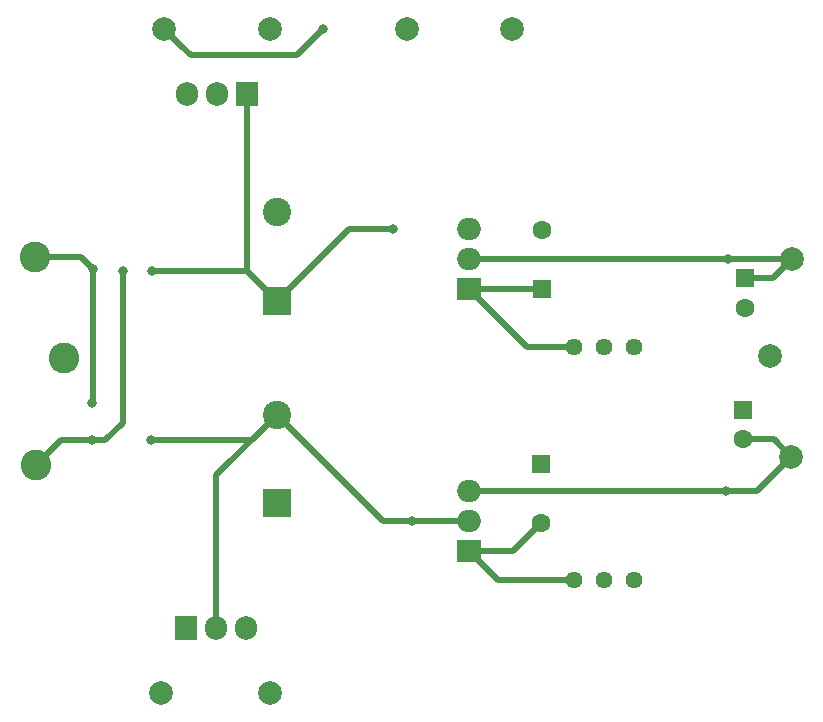
<source format=gbr>
G04 #@! TF.GenerationSoftware,KiCad,Pcbnew,(5.1.10-0-10_14)*
G04 #@! TF.CreationDate,2021-10-12T19:37:20+02:00*
G04 #@! TF.ProjectId,lv-lownoise-psu,6c762d6c-6f77-46e6-9f69-73652d707375,rev?*
G04 #@! TF.SameCoordinates,Original*
G04 #@! TF.FileFunction,Copper,L2,Bot*
G04 #@! TF.FilePolarity,Positive*
%FSLAX46Y46*%
G04 Gerber Fmt 4.6, Leading zero omitted, Abs format (unit mm)*
G04 Created by KiCad (PCBNEW (5.1.10-0-10_14)) date 2021-10-12 19:37:20*
%MOMM*%
%LPD*%
G01*
G04 APERTURE LIST*
G04 #@! TA.AperFunction,ComponentPad*
%ADD10C,1.440000*%
G04 #@! TD*
G04 #@! TA.AperFunction,ComponentPad*
%ADD11C,2.000000*%
G04 #@! TD*
G04 #@! TA.AperFunction,ComponentPad*
%ADD12C,1.600000*%
G04 #@! TD*
G04 #@! TA.AperFunction,ComponentPad*
%ADD13R,1.600000X1.600000*%
G04 #@! TD*
G04 #@! TA.AperFunction,ComponentPad*
%ADD14O,2.000000X1.905000*%
G04 #@! TD*
G04 #@! TA.AperFunction,ComponentPad*
%ADD15R,2.000000X1.905000*%
G04 #@! TD*
G04 #@! TA.AperFunction,ComponentPad*
%ADD16O,1.905000X2.000000*%
G04 #@! TD*
G04 #@! TA.AperFunction,ComponentPad*
%ADD17R,1.905000X2.000000*%
G04 #@! TD*
G04 #@! TA.AperFunction,ComponentPad*
%ADD18C,2.400000*%
G04 #@! TD*
G04 #@! TA.AperFunction,ComponentPad*
%ADD19R,2.400000X2.400000*%
G04 #@! TD*
G04 #@! TA.AperFunction,ComponentPad*
%ADD20C,2.600000*%
G04 #@! TD*
G04 #@! TA.AperFunction,ViaPad*
%ADD21C,0.800000*%
G04 #@! TD*
G04 #@! TA.AperFunction,Conductor*
%ADD22C,0.500000*%
G04 #@! TD*
G04 #@! TA.AperFunction,Conductor*
%ADD23C,0.250000*%
G04 #@! TD*
G04 APERTURE END LIST*
D10*
X134620000Y-77025500D03*
X132080000Y-77025500D03*
X129540000Y-77025500D03*
X134620000Y-57277000D03*
X132080000Y-57277000D03*
X129540000Y-57277000D03*
D11*
X148018500Y-49784000D03*
D12*
X143891000Y-65087500D03*
D13*
X143891000Y-62587500D03*
D12*
X144018000Y-53935000D03*
D13*
X144018000Y-51435000D03*
D12*
X126746000Y-72183000D03*
D13*
X126746000Y-67183000D03*
D12*
X126809500Y-47324000D03*
D13*
X126809500Y-52324000D03*
D11*
X94551500Y-86550500D03*
X103822500Y-86550500D03*
X103822500Y-30353000D03*
X94869000Y-30353000D03*
X124333000Y-30353000D03*
X115379500Y-30353000D03*
X147955000Y-66548000D03*
X146113500Y-58039000D03*
D14*
X120650000Y-69469000D03*
X120650000Y-72009000D03*
D15*
X120650000Y-74549000D03*
D14*
X120650000Y-47244000D03*
X120650000Y-49784000D03*
D15*
X120650000Y-52324000D03*
D16*
X101790500Y-81089500D03*
X99250500Y-81089500D03*
D17*
X96710500Y-81089500D03*
D16*
X96774000Y-35814000D03*
X99314000Y-35814000D03*
D17*
X101854000Y-35814000D03*
D18*
X104394000Y-62992000D03*
D19*
X104394000Y-70492000D03*
D18*
X104394000Y-45840000D03*
D19*
X104394000Y-53340000D03*
D20*
X83921600Y-49631600D03*
X86360000Y-58166000D03*
X83972400Y-67259200D03*
D21*
X93827600Y-50800000D03*
X114236500Y-47244000D03*
X88849200Y-50647600D03*
X88726000Y-61997600D03*
X93726000Y-65125600D03*
X115824000Y-72009000D03*
X108331000Y-30353000D03*
X142430500Y-69469000D03*
X88747600Y-65125600D03*
X91338400Y-50800000D03*
X142557500Y-49784000D03*
D22*
X101854000Y-50800000D02*
X104394000Y-53340000D01*
X93827600Y-50800000D02*
X101854000Y-50800000D01*
X101854000Y-35814000D02*
X101854000Y-50800000D01*
X110490000Y-47244000D02*
X104394000Y-53340000D01*
X114236500Y-47244000D02*
X110490000Y-47244000D01*
X87833200Y-49631600D02*
X88849200Y-50647600D01*
X83921600Y-49631600D02*
X87833200Y-49631600D01*
X88849200Y-61874400D02*
X88726000Y-61997600D01*
X88849200Y-50647600D02*
X88849200Y-61874400D01*
X93751400Y-65151000D02*
X93726000Y-65125600D01*
X102260400Y-65125600D02*
X104394000Y-62992000D01*
X93726000Y-65125600D02*
X102260400Y-65125600D01*
X113411000Y-72009000D02*
X104394000Y-62992000D01*
X104394000Y-62992000D02*
X99250500Y-68135500D01*
X99250500Y-68135500D02*
X99250500Y-81089500D01*
X115824000Y-72009000D02*
X113411000Y-72009000D01*
X120650000Y-72009000D02*
X115824000Y-72009000D01*
D23*
X94805500Y-30289500D02*
X94869000Y-30353000D01*
D22*
X94869000Y-30353000D02*
X96319001Y-31803001D01*
X96319001Y-31803001D02*
X97091500Y-32575500D01*
X106108500Y-32575500D02*
X108331000Y-30353000D01*
X97091500Y-32575500D02*
X106108500Y-32575500D01*
X147929600Y-66522600D02*
X147955000Y-66548000D01*
X120713500Y-69532500D02*
X120650000Y-69469000D01*
X145034000Y-69469000D02*
X147955000Y-66548000D01*
X146494500Y-65087500D02*
X147955000Y-66548000D01*
X143891000Y-65087500D02*
X146494500Y-65087500D01*
X142430500Y-69469000D02*
X145034000Y-69469000D01*
X120650000Y-69469000D02*
X142430500Y-69469000D01*
X83972400Y-67259200D02*
X86106000Y-65125600D01*
X86106000Y-65125600D02*
X88747600Y-65125600D01*
X88747600Y-65125600D02*
X89865200Y-65125600D01*
X91338400Y-63652400D02*
X91338400Y-50800000D01*
X89865200Y-65125600D02*
X91338400Y-63652400D01*
X124380000Y-74549000D02*
X126746000Y-72183000D01*
X120650000Y-74549000D02*
X124380000Y-74549000D01*
X123126500Y-77025500D02*
X120650000Y-74549000D01*
X129540000Y-77025500D02*
X123126500Y-77025500D01*
X126809500Y-52324000D02*
X120650000Y-52324000D01*
X125603000Y-57277000D02*
X120650000Y-52324000D01*
X129540000Y-57277000D02*
X125603000Y-57277000D01*
X147993100Y-49809400D02*
X148018500Y-49784000D01*
X120713500Y-49720500D02*
X120650000Y-49784000D01*
X142557500Y-49784000D02*
X148018500Y-49784000D01*
X120650000Y-49784000D02*
X142557500Y-49784000D01*
X148018500Y-49784000D02*
X146367500Y-51435000D01*
X146367500Y-51435000D02*
X144018000Y-51435000D01*
M02*

</source>
